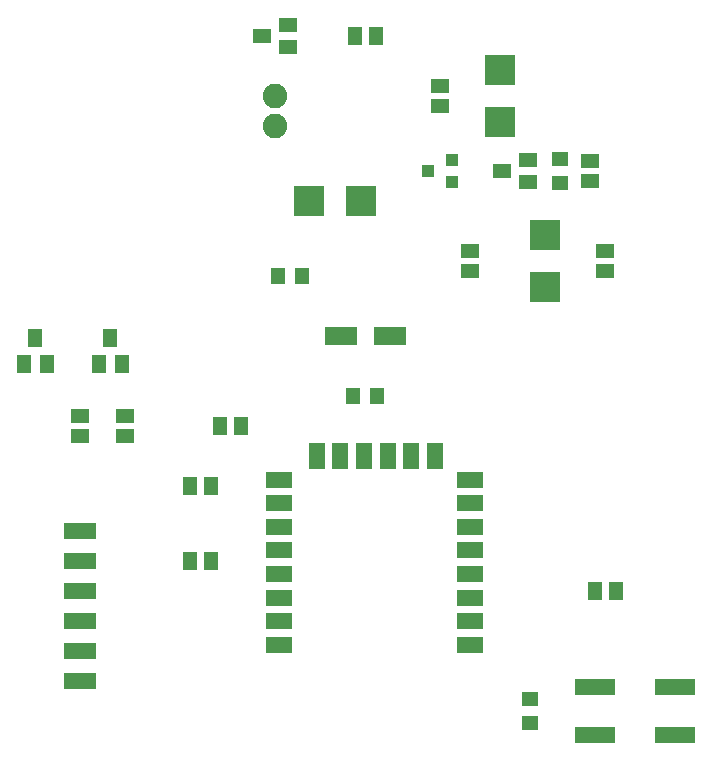
<source format=gts>
G75*
G70*
%OFA0B0*%
%FSLAX24Y24*%
%IPPOS*%
%LPD*%
%AMOC8*
5,1,8,0,0,1.08239X$1,22.5*
%
%ADD10R,0.0474X0.0572*%
%ADD11R,0.0572X0.0474*%
%ADD12R,0.1025X0.1025*%
%ADD13C,0.0820*%
%ADD14R,0.0867X0.0552*%
%ADD15R,0.0552X0.0867*%
%ADD16R,0.0434X0.0395*%
%ADD17R,0.0631X0.0474*%
%ADD18R,0.0631X0.0513*%
%ADD19R,0.0513X0.0631*%
%ADD20R,0.1104X0.0631*%
%ADD21R,0.1080X0.0580*%
%ADD22R,0.1340X0.0552*%
%ADD23R,0.0474X0.0631*%
D10*
X016786Y017680D03*
X017574Y017680D03*
X015074Y021680D03*
X014286Y021680D03*
D11*
X023680Y024786D03*
X023680Y025574D03*
X022680Y007574D03*
X022680Y006786D03*
D12*
X023180Y021314D03*
X023180Y023046D03*
X021680Y026814D03*
X021680Y028546D03*
X017046Y024180D03*
X015314Y024180D03*
D13*
X014180Y026680D03*
X014180Y027680D03*
D14*
X014302Y014893D03*
X014302Y014105D03*
X014302Y013318D03*
X014302Y012530D03*
X014302Y011743D03*
X014302Y010956D03*
X014302Y010168D03*
X014302Y009381D03*
X020680Y009381D03*
X020680Y010168D03*
X020680Y010956D03*
X020680Y011743D03*
X020680Y012530D03*
X020680Y013318D03*
X020680Y014105D03*
X020680Y014893D03*
D15*
X019499Y015680D03*
X018711Y015680D03*
X017924Y015680D03*
X017137Y015680D03*
X016349Y015680D03*
X015562Y015680D03*
D16*
X020074Y024806D03*
X020074Y025554D03*
X019286Y025180D03*
D17*
X021747Y025180D03*
X022613Y024806D03*
X022613Y025554D03*
X014613Y029306D03*
X014613Y030054D03*
X013747Y029680D03*
D18*
X019680Y028024D03*
X019680Y027336D03*
X024680Y025524D03*
X024680Y024836D03*
X025180Y022524D03*
X025180Y021836D03*
X020680Y021836D03*
X020680Y022524D03*
X009180Y017024D03*
X009180Y016336D03*
X007680Y016336D03*
X007680Y017024D03*
D19*
X011336Y014680D03*
X012024Y014680D03*
X012336Y016680D03*
X013024Y016680D03*
X012024Y012180D03*
X011336Y012180D03*
X024836Y011180D03*
X025524Y011180D03*
X017524Y029680D03*
X016836Y029680D03*
D20*
X016373Y019680D03*
X017987Y019680D03*
D21*
X007680Y008180D03*
X007680Y009180D03*
X007680Y010180D03*
X007680Y011180D03*
X007680Y012180D03*
X007680Y013180D03*
D22*
X024841Y007967D03*
X024841Y006393D03*
X027519Y006393D03*
X027519Y007967D03*
D23*
X009054Y018747D03*
X008306Y018747D03*
X008680Y019613D03*
X006554Y018747D03*
X005806Y018747D03*
X006180Y019613D03*
M02*

</source>
